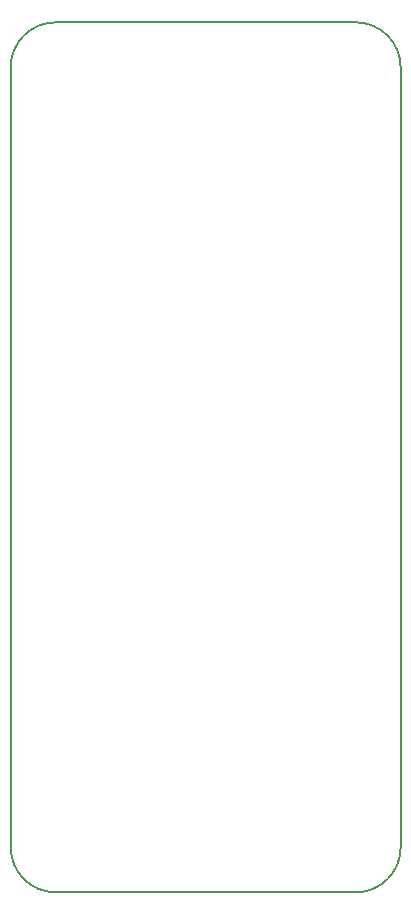
<source format=gbr>
G04 start of page 4 for group 2 idx 2 *
G04 Title: (unknown), outline *
G04 Creator: pcb 1.99z *
G04 CreationDate: Tue Jan  9 22:59:25 2018 UTC *
G04 For: matt *
G04 Format: Gerber/RS-274X *
G04 PCB-Dimensions (mm): 60.96 109.22 *
G04 PCB-Coordinate-Origin: lower left *
%MOMM*%
%FSLAX43Y43*%
%LNOUTLINE*%
%ADD43C,0.150*%
G54D43*X17780Y91440D02*X43180D01*
Y17780D02*X17780D01*
X13970Y87630D02*Y21590D01*
X46990D02*Y87630D01*
X17780Y91440D02*G75*G03X13970Y87630I0J-3810D01*G01*
X46990D02*G75*G03X43180Y91440I-3810J0D01*G01*
X46990Y21590D02*G75*G02X43180Y17780I-3810J0D01*G01*
X13970Y21590D02*G75*G03X17780Y17780I3810J0D01*G01*
M02*

</source>
